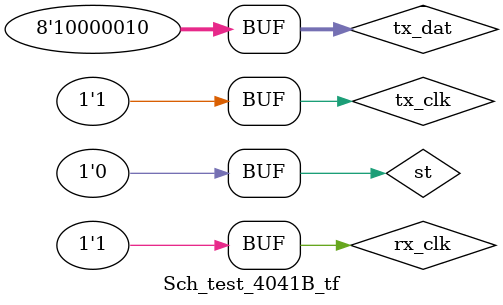
<source format=v>
module Sch_test_4041B_tf;

	// Inputs
	reg tx_clk;
	reg st;
	reg [7:0] tx_dat;
	reg rx_clk;

	// Outputs
	wire UTXD;
	wire [3:0] cb_bit_tx;
	wire en_rx_byte;
	wire [7:0] sr_dat;
	wire [3:0] cb_bit_rx;
	wire ok_rx_byte;
	wire start_rx;
	wire T_start;
	wire T_dat;
	wire T_stop;
	wire ce_tact;
	wire ce_bit;

	// Instantiate the Unit Under Test (UUT)
	Sch_test_URXD1B uut (
		.tx_clk(tx_clk), 
		.st(st), 
		.tx_dat(tx_dat), 
		.rx_clk(rx_clk), 
		.UTXD(UTXD), 
		.cb_bit_tx(cb_bit_tx), 
		.en_rx_byte(en_rx_byte), 
		.sr_dat(sr_dat), 
		.cb_bit_rx(cb_bit_rx), 
		.ok_rx_byte(ok_rx_byte), 
		.start_rx(start_rx), 
		.T_start(T_start), 
		.T_dat(T_dat), 
		.T_stop(T_stop), 
		.ce_tact(ce_tact), 
		.ce_bit(ce_bit)
	);
	always begin tx_clk = 1'b0; #10 tx_clk = 1'b1; #10; end
	always begin rx_clk = 1'b0; #10 rx_clk = 1'b1; #10; end
	initial begin
	st = 0; 
	tx_dat = 0;
	#1000; st = 1; tx_dat = 8'b10000010;
	#20; st = 0;
	end
      
endmodule


</source>
